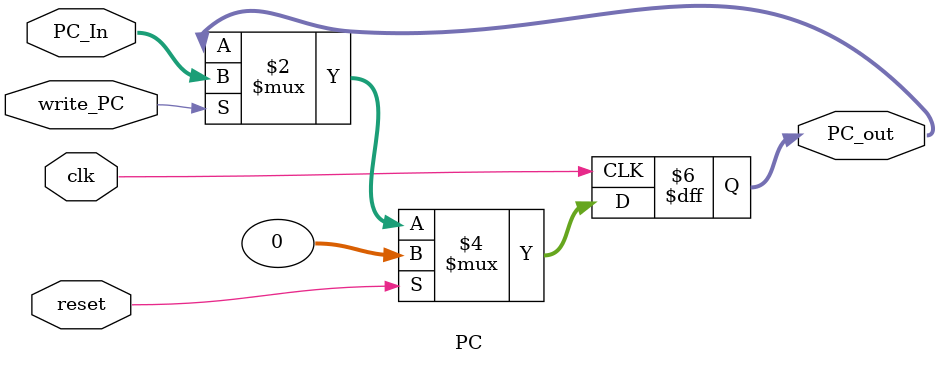
<source format=sv>
`timescale 1ns/1ns
module PC(input clk , reset, write_PC ,input [31:0] PC_In , output reg [31:0] PC_out);
	always @(posedge clk) begin
		if (reset)
			PC_out <=32'b0;
		else
			PC_out <= write_PC ? PC_In : PC_out;
	end
endmodule
</source>
